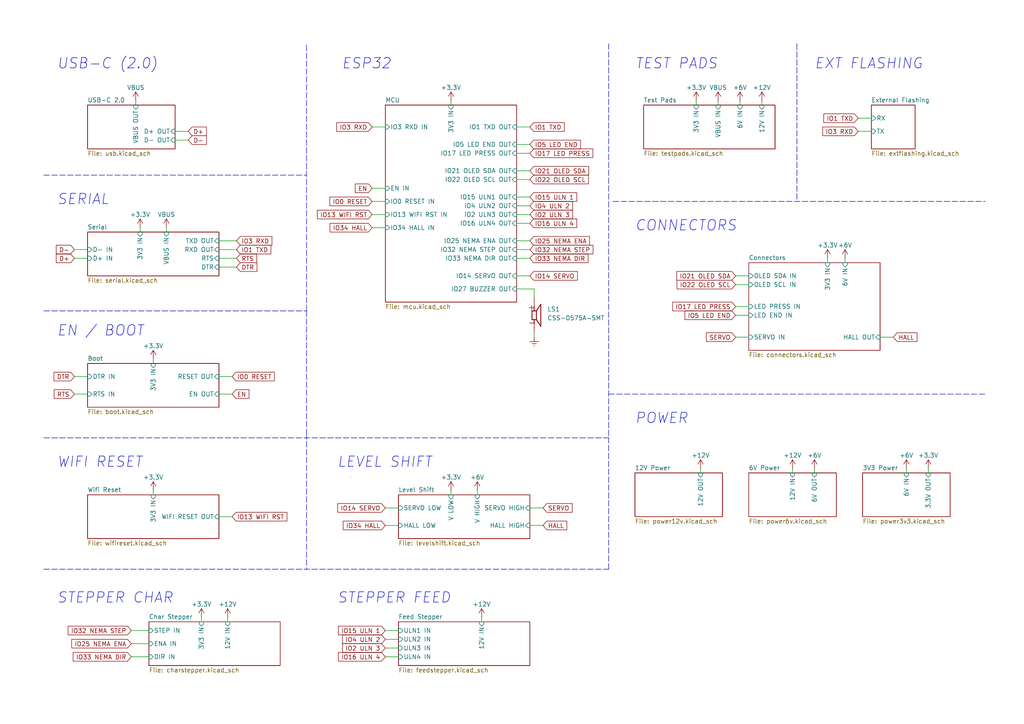
<source format=kicad_sch>
(kicad_sch (version 20211123) (generator eeschema)
  (paper "A4")
  (title_block (title "E-TKT") (date "2022-07-20") (rev "3") (company "Andrei Speridiao"))
  (lib_symbols
    (symbol "CSS-0575A-SMT:CSS-0575A-SMT" (pin_numbers hide) (pin_names (offset 1.016) hide)
      (property "Reference" "LS" (at -3.81 8.9154 0))
      (property "Value" "CSS-0575A-SMT" (at -3.81 -11.4554 0))
      (symbol "CSS-0575A-SMT_0_0"
        (polyline (pts (xy -0.635 -1.27) (xy -0.635 1.27)) (stroke (width 0.254)))
        (polyline (pts (xy -0.635 1.27) (xy 0 1.27)) (stroke (width 0.254)))
        (polyline (pts (xy 0 -1.27) (xy -0.635 -1.27)) (stroke (width 0.254)))
        (polyline (pts (xy 0 -1.27) (xy 0 -2.54)) (stroke (width 0.254)))
        (polyline (pts (xy 0 1.27) (xy 0 2.54)) (stroke (width 0.254)))
        (polyline (pts (xy 0 1.27) (xy 0.635 1.27)) (stroke (width 0.254)))
        (polyline (pts (xy 0.635 -1.27) (xy 0 -1.27)) (stroke (width 0.254)))
        (polyline (pts (xy 0.635 1.27) (xy 0.635 -1.27)) (stroke (width 0.254)))
        (polyline (pts (xy 0.635 1.27) (xy 1.905 3.175)) (stroke (width 0.254)))
        (polyline (pts (xy 1.905 -3.175) (xy 0.635 -1.27)) (stroke (width 0.254)))
        (polyline (pts (xy 1.905 3.175) (xy 1.905 -3.175)) (stroke (width 0.254)))
        (text "+" (at -1.905 1.27 0) (effects (font (size 1.778 1.778)) (justify left bottom)))
        (text "-" (at -1.905 -3.175 0) (effects (font (size 1.778 1.778)) (justify left bottom)))
        (pin passive line (at 0 5.08 270) (length 2.54) (name "~") (number "1"))
        (pin passive line (at 0 -5.08 90) (length 2.54) (name "~") (number "2"))
      )
    )
    (symbol "power:+12V" (power) (pin_names (offset 0))
      (property "Value" "+12V" (at 0 3.556 0))
      (symbol "+12V_0_1"
        (polyline (pts (xy -0.762 1.27) (xy 0 2.54)))
        (polyline (pts (xy 0 0) (xy 0 2.54)))
        (polyline (pts (xy 0 2.54) (xy 0.762 1.27)))
      )
      (symbol "+12V_1_1"
        (pin power_in line (at 0 0 90) (length 0) hide (name "+12V") (number "1"))
      )
    )
    (symbol "power:+3.3V" (power) (pin_names (offset 0))
      (property "Value" "+3.3V" (at 0 3.556 0))
      (symbol "+3.3V_0_1"
        (polyline (pts (xy -0.762 1.27) (xy 0 2.54)))
        (polyline (pts (xy 0 0) (xy 0 2.54)))
        (polyline (pts (xy 0 2.54) (xy 0.762 1.27)))
      )
      (symbol "+3.3V_1_1"
        (pin power_in line (at 0 0 90) (length 0) hide (name "+3.3V") (number "1"))
      )
    )
    (symbol "power:+6V" (power) (pin_names (offset 0))
      (property "Value" "+6V" (at 0 3.556 0))
      (symbol "+6V_0_1"
        (polyline (pts (xy -0.762 1.27) (xy 0 2.54)))
        (polyline (pts (xy 0 0) (xy 0 2.54)))
        (polyline (pts (xy 0 2.54) (xy 0.762 1.27)))
      )
      (symbol "+6V_1_1"
        (pin power_in line (at 0 0 90) (length 0) hide (name "+6V") (number "1"))
      )
    )
    (symbol "power:GNDREF" (power) (pin_names (offset 0))
      (property "Value" "GNDREF" (at 0 -3.81 0))
      (symbol "GNDREF_0_1"
        (polyline (pts (xy -0.635 -1.905) (xy 0.635 -1.905)))
        (polyline (pts (xy -0.127 -2.54) (xy 0.127 -2.54)))
        (polyline (pts (xy 0 -1.27) (xy 0 0)))
        (polyline (pts (xy 1.27 -1.27) (xy -1.27 -1.27)))
      )
      (symbol "GNDREF_1_1"
        (pin power_in line (at 0 0 270) (length 0) hide (name "GNDREF") (number "1"))
      )
    )
    (symbol "power:VBUS" (power) (pin_names (offset 0))
      (property "Value" "VBUS" (at 0 3.81 0))
      (symbol "VBUS_0_1"
        (polyline (pts (xy -0.762 1.27) (xy 0 2.54)))
        (polyline (pts (xy 0 0) (xy 0 2.54)))
        (polyline (pts (xy 0 2.54) (xy 0.762 1.27)))
      )
      (symbol "VBUS_1_1"
        (pin power_in line (at 0 0 90) (length 0) hide (name "VBUS") (number "1"))
      )
    )
  )
  (wire (pts (xy 149.86 41.91) (xy 153.67 41.91)))
  (polyline (pts (xy 12.7 127) (xy 176.53 127)))
  (wire (pts (xy 153.67 152.4) (xy 157.48 152.4)))
  (wire (pts (xy 21.59 72.39) (xy 25.4 72.39)))
  (wire (pts (xy 203.2 135.89) (xy 203.2 137.16)))
  (wire (pts (xy 38.1 182.88) (xy 43.18 182.88)))
  (wire (pts (xy 63.5 114.3) (xy 67.31 114.3)))
  (polyline (pts (xy 176.53 114.3) (xy 285.75 114.3)))
  (wire (pts (xy 63.5 77.47) (xy 68.58 77.47)))
  (wire (pts (xy 262.89 135.89) (xy 262.89 137.16)))
  (wire (pts (xy 220.98 29.21) (xy 220.98 30.48)))
  (wire (pts (xy 245.11 74.93) (xy 245.11 76.2)))
  (polyline (pts (xy 88.9 125.73) (xy 88.9 165.1)))
  (wire (pts (xy 21.59 109.22) (xy 25.4 109.22)))
  (wire (pts (xy 149.86 52.07) (xy 153.67 52.07)))
  (wire (pts (xy 107.95 54.61) (xy 111.76 54.61)))
  (wire (pts (xy 111.76 152.4) (xy 115.57 152.4)))
  (wire (pts (xy 111.76 66.04) (xy 107.95 66.04)))
  (polyline (pts (xy 231.14 12.7) (xy 231.14 58.42)))
  (wire (pts (xy 111.76 187.96) (xy 115.57 187.96)))
  (polyline (pts (xy 176.53 12.7) (xy 176.53 127)))
  (wire (pts (xy 111.76 182.88) (xy 115.57 182.88)))
  (wire (pts (xy 111.76 185.42) (xy 115.57 185.42)))
  (wire (pts (xy 149.86 62.23) (xy 153.67 62.23)))
  (wire (pts (xy 138.43 142.24) (xy 138.43 143.51)))
  (wire (pts (xy 154.94 97.79) (xy 154.94 96.52)))
  (wire (pts (xy 44.45 142.24) (xy 44.45 143.51)))
  (polyline (pts (xy 88.9 90.17) (xy 88.9 125.73)))
  (wire (pts (xy 149.86 57.15) (xy 153.67 57.15)))
  (wire (pts (xy 149.86 74.93) (xy 153.67 74.93)))
  (wire (pts (xy 38.1 190.5) (xy 43.18 190.5)))
  (wire (pts (xy 269.24 135.89) (xy 269.24 137.16)))
  (wire (pts (xy 208.28 29.21) (xy 208.28 30.48)))
  (wire (pts (xy 21.59 114.3) (xy 25.4 114.3)))
  (wire (pts (xy 149.86 49.53) (xy 153.67 49.53)))
  (wire (pts (xy 130.81 142.24) (xy 130.81 143.51)))
  (polyline (pts (xy 12.7 50.8) (xy 88.9 50.8)))
  (wire (pts (xy 50.8 40.64) (xy 54.61 40.64)))
  (wire (pts (xy 153.67 36.83) (xy 149.86 36.83)))
  (wire (pts (xy 38.1 186.69) (xy 43.18 186.69)))
  (wire (pts (xy 154.94 83.82) (xy 154.94 86.36)))
  (wire (pts (xy 48.26 66.04) (xy 48.26 67.31)))
  (wire (pts (xy 213.36 82.55) (xy 217.17 82.55)))
  (wire (pts (xy 236.22 135.89) (xy 236.22 137.16)))
  (wire (pts (xy 149.86 80.01) (xy 153.67 80.01)))
  (wire (pts (xy 39.37 29.21) (xy 39.37 30.48)))
  (wire (pts (xy 63.5 109.22) (xy 67.31 109.22)))
  (wire (pts (xy 213.36 91.44) (xy 217.17 91.44)))
  (wire (pts (xy 44.45 104.14) (xy 44.45 105.41)))
  (wire (pts (xy 111.76 147.32) (xy 115.57 147.32)))
  (wire (pts (xy 248.92 38.1) (xy 252.73 38.1)))
  (polyline (pts (xy 12.7 165.1) (xy 176.53 165.1)))
  (polyline (pts (xy 88.9 90.17) (xy 88.9 12.7)))
  (wire (pts (xy 50.8 38.1) (xy 54.61 38.1)))
  (wire (pts (xy 111.76 190.5) (xy 115.57 190.5)))
  (wire (pts (xy 149.86 83.82) (xy 154.94 83.82)))
  (polyline (pts (xy 177.8 58.42) (xy 285.75 58.42)))
  (wire (pts (xy 63.5 149.86) (xy 67.31 149.86)))
  (wire (pts (xy 149.86 69.85) (xy 153.67 69.85)))
  (polyline (pts (xy 101.6 138.43) (xy 101.6 138.43)))
  (wire (pts (xy 63.5 74.93) (xy 68.58 74.93)))
  (wire (pts (xy 149.86 44.45) (xy 153.67 44.45)))
  (wire (pts (xy 214.63 29.21) (xy 214.63 30.48)))
  (wire (pts (xy 149.86 72.39) (xy 153.67 72.39)))
  (wire (pts (xy 149.86 64.77) (xy 153.67 64.77)))
  (wire (pts (xy 139.7 179.07) (xy 139.7 180.34)))
  (wire (pts (xy 248.92 34.29) (xy 252.73 34.29)))
  (wire (pts (xy 130.81 29.21) (xy 130.81 30.48)))
  (wire (pts (xy 40.64 66.04) (xy 40.64 67.31)))
  (wire (pts (xy 107.95 62.23) (xy 111.76 62.23)))
  (wire (pts (xy 21.59 74.93) (xy 25.4 74.93)))
  (wire (pts (xy 213.36 97.79) (xy 217.17 97.79)))
  (wire (pts (xy 213.36 88.9) (xy 217.17 88.9)))
  (wire (pts (xy 63.5 69.85) (xy 68.58 69.85)))
  (wire (pts (xy 66.04 179.07) (xy 66.04 180.34)))
  (wire (pts (xy 255.27 97.79) (xy 259.08 97.79)))
  (wire (pts (xy 63.5 72.39) (xy 68.58 72.39)))
  (wire (pts (xy 149.86 59.69) (xy 153.67 59.69)))
  (wire (pts (xy 229.87 135.89) (xy 229.87 137.16)))
  (polyline (pts (xy 12.7 90.17) (xy 88.9 90.17)))
  (wire (pts (xy 153.67 147.32) (xy 157.48 147.32)))
  (wire (pts (xy 240.03 74.93) (xy 240.03 76.2)))
  (wire (pts (xy 201.93 29.21) (xy 201.93 30.48)))
  (wire (pts (xy 213.36 80.01) (xy 217.17 80.01)))
  (wire (pts (xy 107.95 58.42) (xy 111.76 58.42)))
  (wire (pts (xy 58.42 179.07) (xy 58.42 180.34)))
  (polyline (pts (xy 176.53 165.1) (xy 176.53 127)))
  (wire (pts (xy 107.95 36.83) (xy 111.76 36.83)))
  (text "TEST PADS" (at 184.15 20.32 0) (effects (font (size 3 3) italic) (justify left bottom)))
  (text "POWER" (at 184.15 123.19 0) (effects (font (size 3 3) italic) (justify left bottom)))
  (text "SERIAL" (at 16.51 59.69 0) (effects (font (size 3 3) italic) (justify left bottom)))
  (text "EN / BOOT" (at 16.51 97.79 0) (effects (font (size 3 3) italic) (justify left bottom)))
  (text "CONNECTORS" (at 184.15 67.31 0) (effects (font (size 3 3) italic) (justify left bottom)))
  (text "STEPPER CHAR" (at 16.51 175.26 0) (effects (font (size 3 3) italic) (justify left bottom)))
  (text "WIFI RESET" (at 16.51 135.89 0) (effects (font (size 3 3) italic) (justify left bottom)))
  (text "ESP32" (at 99.06 20.32 0) (effects (font (size 3 3) italic) (justify left bottom)))
  (text "LEVEL SHIFT" (at 97.79 135.89 0) (effects (font (size 3 3) italic) (justify left bottom)))
  (text "STEPPER FEED" (at 97.79 175.26 0) (effects (font (size 3 3) italic) (justify left bottom)))
  (text "USB-C (2.0)" (at 16.51 20.32 0) (effects (font (size 3 3) italic) (justify left bottom)))
  (text "EXT FLASHING" (at 236.22 20.32 0) (effects (font (size 3 3) italic) (justify left bottom)))
  (global_label "RTS" (shape input) (at 21.59 114.3 180) (property "Intersheet References" "${INTERSHEET_REFS}" (effects hide)))
  (global_label "IO3 RXD" (shape input) (at 68.58 69.85 0) (property "Intersheet References" "${INTERSHEET_REFS}" (effects hide)))
  (global_label "IO14 SERVO" (shape input) (at 153.67 80.01 0) (property "Intersheet References" "${INTERSHEET_REFS}" (effects hide)))
  (global_label "IO32 NEMA STEP" (shape input) (at 153.67 72.39 0) (property "Intersheet References" "${INTERSHEET_REFS}" (effects hide)))
  (global_label "EN" (shape input) (at 107.95 54.61 180) (property "Intersheet References" "${INTERSHEET_REFS}" (effects hide)))
  (global_label "IO25 NEMA ENA" (shape input) (at 153.67 69.85 0) (property "Intersheet References" "${INTERSHEET_REFS}" (effects hide)))
  (global_label "IO5 LED END" (shape input) (at 213.36 91.44 180) (property "Intersheet References" "${INTERSHEET_REFS}" (effects hide)))
  (global_label "IO22 OLED SCL" (shape input) (at 213.36 82.55 180) (property "Intersheet References" "${INTERSHEET_REFS}" (effects hide)))
  (global_label "IO4 ULN 2" (shape input) (at 153.67 59.69 0) (property "Intersheet References" "${INTERSHEET_REFS}" (effects hide)))
  (global_label "IO22 OLED SCL" (shape input) (at 153.67 52.07 0) (property "Intersheet References" "${INTERSHEET_REFS}" (effects hide)))
  (global_label "IO16 ULN 4" (shape input) (at 153.67 64.77 0) (property "Intersheet References" "${INTERSHEET_REFS}" (effects hide)))
  (global_label "IO15 ULN 1" (shape input) (at 111.76 182.88 180) (property "Intersheet References" "${INTERSHEET_REFS}" (effects hide)))
  (global_label "IO15 ULN 1" (shape input) (at 153.67 57.15 0) (property "Intersheet References" "${INTERSHEET_REFS}" (effects hide)))
  (global_label "SERVO" (shape input) (at 157.48 147.32 0) (property "Intersheet References" "${INTERSHEET_REFS}" (effects hide)))
  (global_label "D-" (shape input) (at 54.61 40.64 0) (property "Intersheet References" "${INTERSHEET_REFS}" (effects hide)))
  (global_label "D+" (shape input) (at 54.61 38.1 0) (property "Intersheet References" "${INTERSHEET_REFS}" (effects hide)))
  (global_label "IO25 NEMA ENA" (shape input) (at 38.1 186.69 180) (property "Intersheet References" "${INTERSHEET_REFS}" (effects hide)))
  (global_label "IO16 ULN 4" (shape input) (at 111.76 190.5 180) (property "Intersheet References" "${INTERSHEET_REFS}" (effects hide)))
  (global_label "IO13 WIFI RST" (shape input) (at 107.95 62.23 180) (property "Intersheet References" "${INTERSHEET_REFS}" (effects hide)))
  (global_label "IO3 RXD" (shape input) (at 107.95 36.83 180) (property "Intersheet References" "${INTERSHEET_REFS}" (effects hide)))
  (global_label "IO0 RESET" (shape input) (at 67.31 109.22 0) (property "Intersheet References" "${INTERSHEET_REFS}" (effects hide)))
  (global_label "IO17 LED PRESS" (shape input) (at 153.67 44.45 0) (property "Intersheet References" "${INTERSHEET_REFS}" (effects hide)))
  (global_label "SERVO" (shape input) (at 213.36 97.79 180) (property "Intersheet References" "${INTERSHEET_REFS}" (effects hide)))
  (global_label "IO2 ULN 3" (shape input) (at 111.76 187.96 180) (property "Intersheet References" "${INTERSHEET_REFS}" (effects hide)))
  (global_label "IO4 ULN 2" (shape input) (at 111.76 185.42 180) (property "Intersheet References" "${INTERSHEET_REFS}" (effects hide)))
  (global_label "IO33 NEMA DIR" (shape input) (at 153.67 74.93 0) (property "Intersheet References" "${INTERSHEET_REFS}" (effects hide)))
  (global_label "IO1 TXD" (shape input) (at 68.58 72.39 0) (property "Intersheet References" "${INTERSHEET_REFS}" (effects hide)))
  (global_label "IO13 WIFI RST" (shape input) (at 67.31 149.86 0) (property "Intersheet References" "${INTERSHEET_REFS}" (effects hide)))
  (global_label "IO33 NEMA DIR" (shape input) (at 38.1 190.5 180) (property "Intersheet References" "${INTERSHEET_REFS}" (effects hide)))
  (global_label "DTR" (shape input) (at 21.59 109.22 180) (property "Intersheet References" "${INTERSHEET_REFS}" (effects hide)))
  (global_label "IO0 RESET" (shape input) (at 107.95 58.42 180) (property "Intersheet References" "${INTERSHEET_REFS}" (effects hide)))
  (global_label "DTR" (shape input) (at 68.58 77.47 0) (property "Intersheet References" "${INTERSHEET_REFS}" (effects hide)))
  (global_label "IO1 TXD" (shape input) (at 248.92 34.29 180) (property "Intersheet References" "${INTERSHEET_REFS}" (effects hide)))
  (global_label "IO17 LED PRESS" (shape input) (at 213.36 88.9 180) (property "Intersheet References" "${INTERSHEET_REFS}" (effects hide)))
  (global_label "IO34 HALL" (shape input) (at 107.95 66.04 180) (property "Intersheet References" "${INTERSHEET_REFS}" (effects hide)))
  (global_label "HALL" (shape input) (at 157.48 152.4 0) (property "Intersheet References" "${INTERSHEET_REFS}" (effects hide)))
  (global_label "IO5 LED END" (shape input) (at 153.67 41.91 0) (property "Intersheet References" "${INTERSHEET_REFS}" (effects hide)))
  (global_label "RTS" (shape input) (at 68.58 74.93 0) (property "Intersheet References" "${INTERSHEET_REFS}" (effects hide)))
  (global_label "IO21 OLED SDA" (shape input) (at 213.36 80.01 180) (property "Intersheet References" "${INTERSHEET_REFS}" (effects hide)))
  (global_label "IO14 SERVO" (shape input) (at 111.76 147.32 180) (property "Intersheet References" "${INTERSHEET_REFS}" (effects hide)))
  (global_label "D-" (shape input) (at 21.59 72.39 180) (property "Intersheet References" "${INTERSHEET_REFS}" (effects hide)))
  (global_label "IO3 RXD" (shape input) (at 248.92 38.1 180) (property "Intersheet References" "${INTERSHEET_REFS}" (effects hide)))
  (global_label "IO34 HALL" (shape input) (at 111.76 152.4 180) (property "Intersheet References" "${INTERSHEET_REFS}" (effects hide)))
  (global_label "IO1 TXD" (shape input) (at 153.67 36.83 0) (property "Intersheet References" "${INTERSHEET_REFS}" (effects hide)))
  (global_label "EN" (shape input) (at 67.31 114.3 0) (property "Intersheet References" "${INTERSHEET_REFS}" (effects hide)))
  (global_label "D+" (shape input) (at 21.59 74.93 180) (property "Intersheet References" "${INTERSHEET_REFS}" (effects hide)))
  (global_label "IO21 OLED SDA" (shape input) (at 153.67 49.53 0) (property "Intersheet References" "${INTERSHEET_REFS}" (effects hide)))
  (global_label "IO2 ULN 3" (shape input) (at 153.67 62.23 0) (property "Intersheet References" "${INTERSHEET_REFS}" (effects hide)))
  (global_label "IO32 NEMA STEP" (shape input) (at 38.1 182.88 180) (property "Intersheet References" "${INTERSHEET_REFS}" (effects hide)))
  (global_label "HALL" (shape input) (at 259.08 97.79 0) (property "Intersheet References" "${INTERSHEET_REFS}" (effects hide)))
  (symbol (lib_id "power:+12V") (at 66.04 179.07 0) (unit 1)
    (property "Reference" "#PWR0111" (effects hide))
    (property "Value" "+12V" (at 66.04 175.26 0))
  )
  (symbol (lib_id "power:+6V") (at 262.89 135.89 0) (unit 1)
    (property "Reference" "#PWR0167" (effects hide))
    (property "Value" "+6V" (at 262.89 132.08 0))
  )
  (symbol (lib_id "power:+3.3V") (at 130.81 142.24 0) (unit 1)
    (property "Reference" "#PWR0123" (effects hide))
    (property "Value" "+3.3V" (at 130.81 138.43 0))
  )
  (symbol (lib_id "power:+3.3V") (at 240.03 74.93 0) (unit 1)
    (property "Reference" "#PWR0140" (effects hide))
    (property "Value" "+3.3V" (at 240.03 71.12 0))
  )
  (symbol (lib_id "power:+3.3V") (at 130.81 29.21 0) (unit 1)
    (property "Reference" "#PWR0106" (effects hide))
    (property "Value" "+3.3V" (at 130.81 25.4 0))
  )
  (symbol (lib_id "power:+6V") (at 245.11 74.93 0) (unit 1)
    (property "Reference" "#PWR0128" (effects hide))
    (property "Value" "+6V" (at 245.11 71.12 0))
  )
  (symbol (lib_id "power:+12V") (at 203.2 135.89 0) (unit 1)
    (property "Reference" "#PWR0110" (effects hide))
    (property "Value" "+12V" (at 203.2 132.08 0))
  )
  (symbol (lib_id "power:+3.3V") (at 201.93 29.21 0) (unit 1)
    (property "Reference" "#PWR0136" (effects hide))
    (property "Value" "+3.3V" (at 201.93 25.4 0))
  )
  (symbol (lib_id "power:+6V") (at 138.43 142.24 0) (unit 1)
    (property "Reference" "#PWR0124" (effects hide))
    (property "Value" "+6V" (at 138.43 138.43 0))
  )
  (symbol (lib_id "power:+12V") (at 229.87 135.89 0) (unit 1)
    (property "Reference" "#PWR0188" (effects hide))
    (property "Value" "+12V" (at 229.87 132.08 0))
  )
  (symbol (lib_id "power:+6V") (at 236.22 135.89 0) (unit 1)
    (property "Reference" "#PWR0175" (effects hide))
    (property "Value" "+6V" (at 236.22 132.08 0))
  )
  (symbol (lib_id "power:+6V") (at 214.63 29.21 0) (unit 1)
    (property "Reference" "#PWR0126" (effects hide))
    (property "Value" "+6V" (at 214.63 25.4 0))
  )
  (symbol (lib_id "power:+3.3V") (at 269.24 135.89 0) (unit 1)
    (property "Reference" "#PWR0101" (effects hide))
    (property "Value" "+3.3V" (at 269.24 132.08 0))
  )
  (symbol (lib_id "power:+3.3V") (at 44.45 142.24 0) (unit 1)
    (property "Reference" "#PWR0127" (effects hide))
    (property "Value" "+3.3V" (at 44.45 138.43 0))
  )
  (symbol (lib_id "CSS-0575A-SMT:CSS-0575A-SMT") (at 154.94 91.44 0) (unit 1)
    (property "Reference" "LS1" (at 158.75 89.6911 0) (effects (justify left)))
    (property "Value" "CSS-0575A-SMT" (at 158.75 92.2311 0) (effects (justify left)))
    (property "Footprint" "SnapEDA Library:CUI_CSS-0575A-SMT" (effects hide))
    (property "Datasheet" "https://br.mouser.com/datasheet/2/670/css_0575a_smt_tr-1777550.pdf" (effects hide))
    (property "#" "CSS-0575A-SMT" (effects hide))
    (property "Description" "5 mm, 3 V, 75 dB, Surface Mount _SMT_, Magnetic Audio Transducer Buzzer" (effects hide))
    (property "Mouser" "OK" (effects hide))
    (property "Group" "Buzzer" (effects hide))
  )
  (symbol (lib_id "power:VBUS") (at 208.28 29.21 0) (unit 1)
    (property "Reference" "#PWR0134" (effects hide))
    (property "Value" "VBUS" (at 208.28 25.4 0))
  )
  (symbol (lib_id "power:VBUS") (at 39.37 29.21 0) (unit 1)
    (property "Reference" "#PWR0114" (effects hide))
    (property "Value" "VBUS" (at 39.37 25.4 0))
  )
  (symbol (lib_id "power:+3.3V") (at 58.42 179.07 0) (unit 1)
    (property "Reference" "#PWR0113" (effects hide))
    (property "Value" "+3.3V" (at 58.42 175.26 0))
  )
  (symbol (lib_id "power:+3.3V") (at 40.64 66.04 0) (unit 1)
    (property "Reference" "#PWR0132" (effects hide))
    (property "Value" "+3.3V" (at 40.64 62.23 0))
  )
  (symbol (lib_id "power:+12V") (at 139.7 179.07 0) (unit 1)
    (property "Reference" "#PWR0121" (effects hide))
    (property "Value" "+12V" (at 139.7 175.26 0))
  )
  (symbol (lib_id "power:+3.3V") (at 44.45 104.14 0) (unit 1)
    (property "Reference" "#PWR0108" (effects hide))
    (property "Value" "+3.3V" (at 44.45 100.33 0))
  )
  (symbol (lib_id "power:VBUS") (at 48.26 66.04 0) (unit 1)
    (property "Reference" "#PWR0118" (effects hide))
    (property "Value" "VBUS" (at 48.26 62.23 0))
  )
  (symbol (lib_id "power:GNDREF") (at 154.94 97.79 0) (unit 1)
    (property "Reference" "#PWR0142" (effects hide))
    (property "Value" "GNDREF" (effects hide))
  )
  (symbol (lib_id "power:+12V") (at 220.98 29.21 0) (unit 1)
    (property "Reference" "#PWR0125" (effects hide))
    (property "Value" "+12V" (at 220.98 25.4 0))
  )
  (sheet (at 43.18 180.34) (size 38.1 12.7) (stroke (width 0.1524))
    (property "Sheet name" "Char Stepper" (at 43.18 179.6284 0) (effects (justify left bottom)))
    (property "Sheet file" "charstepper.kicad_sch" (at 43.18 193.6246 0) (effects (justify left top)))
    (pin "12V IN" input (at 66.04 180.34 90))
    (pin "3V3 IN" input (at 58.42 180.34 90))
    (pin "STEP IN" input (at 43.18 182.88 180))
    (pin "ENA IN" input (at 43.18 186.69 180))
    (pin "DIR IN" input (at 43.18 190.5 180))
  )
  (sheet (at 25.4 30.48) (size 25.4 12.7) (stroke (width 0.1524))
    (property "Sheet name" "USB-C 2.0" (at 25.4 29.7684 0) (effects (justify left bottom)))
    (property "Sheet file" "usb.kicad_sch" (at 25.4 43.7646 0) (effects (justify left top)))
    (pin "D+ OUT" input (at 50.8 38.1 0))
    (pin "VBUS OUT" input (at 39.37 30.48 90))
    (pin "D- OUT" input (at 50.8 40.64 0))
  )
  (sheet (at 25.4 143.51) (size 38.1 12.7) (stroke (width 0.1524))
    (property "Sheet name" "Wifi Reset" (at 25.4 142.7984 0) (effects (justify left bottom)))
    (property "Sheet file" "wifireset.kicad_sch" (at 25.4 156.7946 0) (effects (justify left top)))
    (pin "WIFI RESET OUT" input (at 63.5 149.86 0))
    (pin "3V3 IN" input (at 44.45 143.51 90))
  )
  (sheet (at 250.19 137.16) (size 25.4 12.7) (stroke (width 0.1524))
    (property "Sheet name" "3V3 Power" (at 250.19 136.4484 0) (effects (justify left bottom)))
    (property "Sheet file" "power3v3.kicad_sch" (at 250.19 150.4446 0) (effects (justify left top)))
    (pin "3.3V OUT" input (at 269.24 137.16 90))
    (pin "6V IN" input (at 262.89 137.16 90))
  )
  (sheet (at 25.4 67.31) (size 38.1 12.7) (stroke (width 0.1524))
    (property "Sheet name" "Serial" (at 25.4 66.5984 0) (effects (justify left bottom)))
    (property "Sheet file" "serial.kicad_sch" (at 25.4 80.5946 0) (effects (justify left top)))
    (pin "RXD OUT" input (at 63.5 72.39 0))
    (pin "RTS" input (at 63.5 74.93 0))
    (pin "TXD OUT" input (at 63.5 69.85 0))
    (pin "DTR" input (at 63.5 77.47 0))
    (pin "3V3 IN" input (at 40.64 67.31 90))
    (pin "D- IN" input (at 25.4 72.39 180))
    (pin "VBUS IN" input (at 48.26 67.31 90))
    (pin "D+ IN" input (at 25.4 74.93 180))
  )
  (sheet (at 25.4 105.41) (size 38.1 12.7) (stroke (width 0.1524))
    (property "Sheet name" "Boot" (at 25.4 104.6984 0) (effects (justify left bottom)))
    (property "Sheet file" "boot.kicad_sch" (at 25.4 118.6946 0) (effects (justify left top)))
    (pin "RESET OUT" input (at 63.5 109.22 0))
    (pin "EN OUT" input (at 63.5 114.3 0))
    (pin "DTR IN" input (at 25.4 109.22 180))
    (pin "RTS IN" input (at 25.4 114.3 180))
    (pin "3V3 IN" input (at 44.45 105.41 90))
  )
  (sheet (at 252.73 30.48) (size 12.7 12.7) (stroke (width 0.1524))
    (property "Sheet name" "External Flashing" (at 252.73 29.7684 0) (effects (justify left bottom)))
    (property "Sheet file" "extflashing.kicad_sch" (at 252.73 43.7646 0) (effects (justify left top)))
    (pin "TX" input (at 252.73 38.1 180))
    (pin "RX" input (at 252.73 34.29 180))
  )
  (sheet (at 217.17 76.2) (size 38.1 25.4) (stroke (width 0.1524))
    (property "Sheet name" "Connectors" (at 217.17 75.4884 0) (effects (justify left bottom)))
    (property "Sheet file" "connectors.kicad_sch" (at 217.17 102.1846 0) (effects (justify left top)))
    (pin "OLED SDA IN" input (at 217.17 80.01 180))
    (pin "LED PRESS IN" input (at 217.17 88.9 180))
    (pin "3V3 IN" input (at 240.03 76.2 90))
    (pin "OLED SCL IN" input (at 217.17 82.55 180))
    (pin "SERVO IN" input (at 217.17 97.79 180))
    (pin "6V IN" input (at 245.11 76.2 90))
    (pin "HALL OUT" input (at 255.27 97.79 0))
    (pin "LED END IN" input (at 217.17 91.44 180))
  )
  (sheet (at 186.69 30.48) (size 38.1 12.7) (stroke (width 0.1524))
    (property "Sheet name" "Test Pads" (at 186.69 29.7684 0) (effects (justify left bottom)))
    (property "Sheet file" "testpads.kicad_sch" (at 186.69 43.7646 0) (effects (justify left top)))
    (pin "3V3 IN" input (at 201.93 30.48 90))
    (pin "6V IN" input (at 214.63 30.48 90))
    (pin "12V IN" input (at 220.98 30.48 90))
    (pin "VBUS IN" input (at 208.28 30.48 90))
  )
  (sheet (at 111.76 30.48) (size 38.1 57.15) (stroke (width 0.1524))
    (property "Sheet name" "MCU" (at 111.76 29.7684 0) (effects (justify left bottom)))
    (property "Sheet file" "mcu.kicad_sch" (at 111.76 88.2146 0) (effects (justify left top)))
    (pin "IO1 TXD OUT" input (at 149.86 36.83 0))
    (pin "IO3 RXD IN" input (at 111.76 36.83 180))
    (pin "IO13 WIFI RST IN" input (at 111.76 62.23 180))
    (pin "IO5 LED END OUT" input (at 149.86 41.91 0))
    (pin "IO0 RESET IN" input (at 111.76 58.42 180))
    (pin "IO14 SERVO OUT" input (at 149.86 80.01 0))
    (pin "IO4 ULN2 OUT" input (at 149.86 59.69 0))
    (pin "EN IN" input (at 111.76 54.61 180))
    (pin "3V3 IN" input (at 130.81 30.48 90))
    (pin "IO16 ULN4 OUT" input (at 149.86 64.77 0))
    (pin "IO17 LED PRESS OUT" input (at 149.86 44.45 0))
    (pin "IO15 ULN1 OUT" input (at 149.86 57.15 0))
    (pin "IO21 OLED SDA OUT" input (at 149.86 49.53 0))
    (pin "IO22 OLED SCL OUT" input (at 149.86 52.07 0))
    (pin "IO25 NEMA ENA OUT" input (at 149.86 69.85 0))
    (pin "IO32 NEMA STEP OUT" input (at 149.86 72.39 0))
    (pin "IO33 NEMA DIR OUT" input (at 149.86 74.93 0))
    (pin "IO34 HALL IN" input (at 111.76 66.04 180))
    (pin "IO2 ULN3 OUT" input (at 149.86 62.23 0))
    (pin "IO27 BUZZER OUT" input (at 149.86 83.82 0))
  )
  (sheet (at 217.17 137.16) (size 25.4 12.7) (stroke (width 0.1524))
    (property "Sheet name" "6V Power" (at 217.17 136.4484 0) (effects (justify left bottom)))
    (property "Sheet file" "power6v.kicad_sch" (at 217.17 150.4446 0) (effects (justify left top)))
    (pin "12V IN" input (at 229.87 137.16 90))
    (pin "6V OUT" input (at 236.22 137.16 90))
  )
  (sheet (at 184.15 137.16) (size 25.4 12.7) (stroke (width 0.1524))
    (property "Sheet name" "12V Power" (at 184.15 136.4484 0) (effects (justify left bottom)))
    (property "Sheet file" "power12v.kicad_sch" (at 184.15 150.4446 0) (effects (justify left top)))
    (pin "12V OUT" input (at 203.2 137.16 90))
  )
  (sheet (at 115.57 143.51) (size 38.1 12.7) (stroke (width 0.1524))
    (property "Sheet name" "Level Shift" (at 115.57 142.7984 0) (effects (justify left bottom)))
    (property "Sheet file" "levelshift.kicad_sch" (at 115.57 156.7946 0) (effects (justify left top)))
    (pin "SERVO LOW" input (at 115.57 147.32 180))
    (pin "V LOW" input (at 130.81 143.51 90))
    (pin "HALL LOW" input (at 115.57 152.4 180))
    (pin "V HIGH" input (at 138.43 143.51 90))
    (pin "SERVO HIGH" input (at 153.67 147.32 0))
    (pin "HALL HIGH" input (at 153.67 152.4 0))
  )
  (sheet (at 115.57 180.34) (size 38.1 12.7) (stroke (width 0.1524))
    (property "Sheet name" "Feed Stepper" (at 115.57 179.6284 0) (effects (justify left bottom)))
    (property "Sheet file" "feedstepper.kicad_sch" (at 115.57 193.6246 0) (effects (justify left top)))
    (pin "12V IN" input (at 139.7 180.34 90))
    (pin "ULN4 IN" input (at 115.57 190.5 180))
    (pin "ULN3 IN" input (at 115.57 187.96 180))
    (pin "ULN2 IN" input (at 115.57 185.42 180))
    (pin "ULN1 IN" input (at 115.57 182.88 180))
  )
)
</source>
